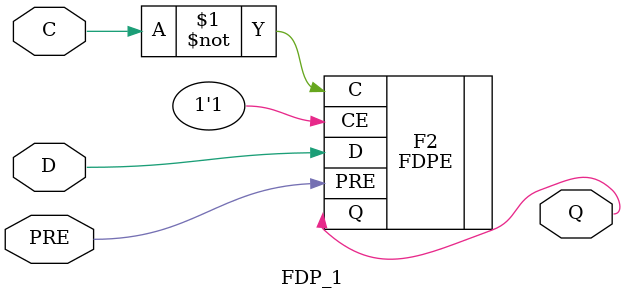
<source format=v>


`timescale  1 ps / 1 ps

module FDP_1 (Q, C, D, PRE);

    parameter [0:0] INIT = 1'b1;

    output Q;

    input  C, D, PRE;

    wire Q;

    FDPE #(.INIT(INIT)) F2 (.Q(Q), .C(~C), .CE(1'b1), .D(D), .PRE(PRE));

endmodule


</source>
